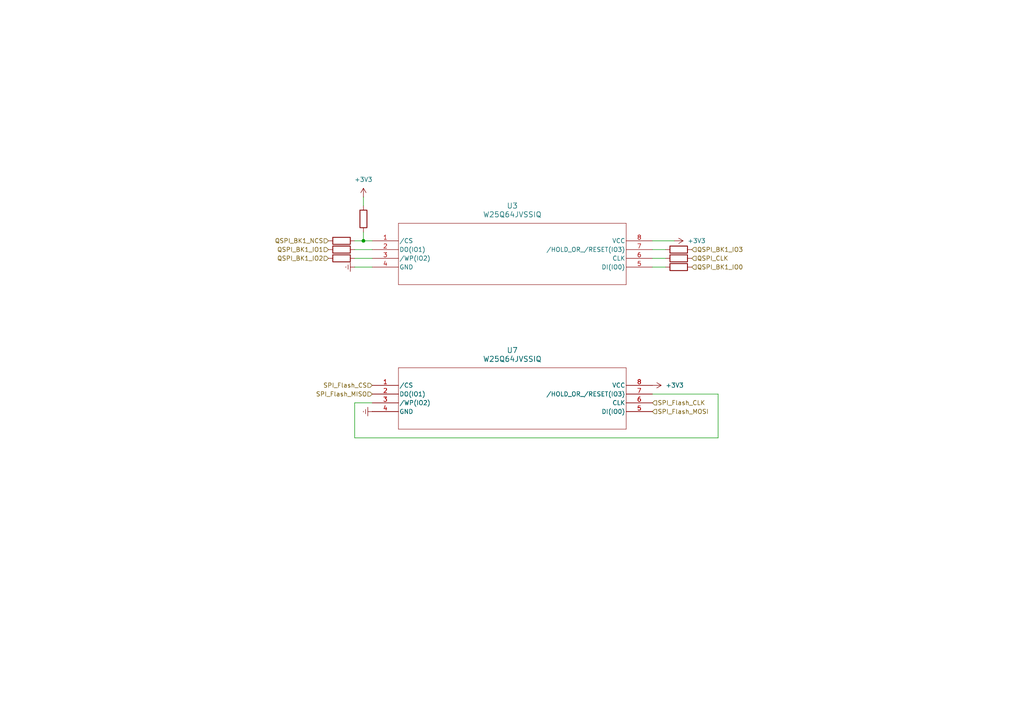
<source format=kicad_sch>
(kicad_sch (version 20250114) (generator "eeschema") (generator_version "9.0")
  (paper "A4")
  (lib_symbols
    (symbol "2025-11-18_02-11-13:W25Q64JVSSIQ" (pin_names (offset 0.254))
      (property "Reference" "U" (at 40.64 10.16 0))
      (property "Value" "W25Q64JVSSIQ" (at 40.64 7.62 0))
      (symbol "W25Q64JVSSIQ_0_1"
        (polyline (pts (xy 7.62 5.08) (xy 7.62 -12.7)) (stroke (width 0.127)))
        (polyline (pts (xy 7.62 -12.7) (xy 73.66 -12.7)) (stroke (width 0.127)))
        (polyline (pts (xy 73.66 5.08) (xy 7.62 5.08)) (stroke (width 0.127)))
        (polyline (pts (xy 73.66 -12.7) (xy 73.66 5.08)) (stroke (width 0.127)))
        (pin unspecified line (at 0 0 0) (length 7.62) (name "/CS") (number "1"))
        (pin unspecified line (at 0 -2.54 0) (length 7.62) (name "DO(IO1)") (number "2"))
        (pin unspecified line (at 0 -5.08 0) (length 7.62) (name "/WP(IO2)") (number "3"))
        (pin power_out line (at 0 -7.62 0) (length 7.62) (name "GND") (number "4"))
        (pin power_in line (at 81.28 0 180) (length 7.62) (name "VCC") (number "8"))
        (pin unspecified line (at 81.28 -2.54 180) (length 7.62) (name "/HOLD_OR_/RESET(IO3)") (number "7"))
        (pin unspecified line (at 81.28 -5.08 180) (length 7.62) (name "CLK") (number "6"))
        (pin unspecified line (at 81.28 -7.62 180) (length 7.62) (name "DI(IO0)") (number "5"))
      )
    )
    (symbol "Device:R" (pin_numbers (hide yes)) (pin_names (offset 0))
      (property "Reference" "R" (at 2.032 0 90))
      (property "Value" "R" (at 0 0 90))
      (symbol "R_0_1"
        (rectangle (start -1.016 -2.54) (end 1.016 2.54) (stroke (width 0.254)))
      )
      (symbol "R_1_1"
        (pin passive line (at 0 3.81 270) (length 1.27) (name "~") (number "1"))
        (pin passive line (at 0 -3.81 90) (length 1.27) (name "~") (number "2"))
      )
    )
    (symbol "power:+3V3" (power) (pin_numbers (hide yes)) (pin_names (offset 0) (hide yes))
      (property "Value" "+3V3" (at 0 3.556 0))
      (symbol "+3V3_0_1"
        (polyline (pts (xy -0.762 1.27) (xy 0 2.54)))
        (polyline (pts (xy 0 2.54) (xy 0.762 1.27)))
        (polyline (pts (xy 0 0) (xy 0 2.54)))
      )
      (symbol "+3V3_1_1"
        (pin power_in line (at 0 0 90) (length 0) (name "~") (number "1"))
      )
    )
    (symbol "power:Earth" (power) (pin_numbers (hide yes)) (pin_names (offset 0) (hide yes))
      (property "Value" "Earth" (at 0 -3.81 0))
      (symbol "Earth_0_1"
        (polyline (pts (xy -0.635 -1.905) (xy 0.635 -1.905)))
        (polyline (pts (xy -0.127 -2.54) (xy 0.127 -2.54)))
        (polyline (pts (xy 0 -1.27) (xy 0 0)))
        (polyline (pts (xy 1.27 -1.27) (xy -1.27 -1.27)))
      )
      (symbol "Earth_1_1"
        (pin power_in line (at 0 0 270) (length 0) (name "~") (number "1"))
      )
    )
  )
  (junction (at 105.41 69.85))
  (wire (pts (xy 189.23 69.85) (xy 195.58 69.85)))
  (wire (pts (xy 107.95 116.84) (xy 102.87 116.84)))
  (wire (pts (xy 102.87 74.93) (xy 107.95 74.93)))
  (wire (pts (xy 105.41 69.85) (xy 107.95 69.85)))
  (wire (pts (xy 102.87 69.85) (xy 105.41 69.85)))
  (wire (pts (xy 102.87 72.39) (xy 107.95 72.39)))
  (wire (pts (xy 105.41 67.31) (xy 105.41 69.85)))
  (wire (pts (xy 189.23 72.39) (xy 193.04 72.39)))
  (wire (pts (xy 189.23 77.47) (xy 193.04 77.47)))
  (wire (pts (xy 208.28 114.3) (xy 189.23 114.3)))
  (wire (pts (xy 189.23 74.93) (xy 193.04 74.93)))
  (wire (pts (xy 105.41 57.15) (xy 105.41 59.69)))
  (wire (pts (xy 102.87 127) (xy 208.28 127)))
  (wire (pts (xy 208.28 127) (xy 208.28 114.3)))
  (wire (pts (xy 102.87 77.47) (xy 107.95 77.47)))
  (wire (pts (xy 102.87 116.84) (xy 102.87 127)))
  (hierarchical_label "SPI_Flash_CS" (shape input) (at 107.95 111.76 180))
  (hierarchical_label "SPI_Flash_MISO" (shape input) (at 107.95 114.3 180))
  (hierarchical_label "QSPI_BK1_IO0" (shape input) (at 200.66 77.47 0))
  (hierarchical_label "SPI_Flash_CLK" (shape input) (at 189.23 116.84 0))
  (hierarchical_label "QSPI_BK1_IO3" (shape input) (at 200.66 72.39 0))
  (hierarchical_label "QSPI_BK1_IO1" (shape input) (at 95.25 72.39 180))
  (hierarchical_label "SPI_Flash_MOSI" (shape input) (at 189.23 119.38 0))
  (hierarchical_label "QSPI_BK1_IO2" (shape input) (at 95.25 74.93 180))
  (hierarchical_label "QSPI_BK1_NCS" (shape input) (at 95.25 69.85 180))
  (hierarchical_label "QSPI_CLK" (shape input) (at 200.66 74.93 0))
  (symbol (lib_id "power:+3V3") (at 105.41 57.15 0) (unit 1)
    (property "Reference" "#PWR076" (effects (hide yes)))
    (property "Value" "+3V3" (at 105.41 52.07 0))
    (property "Description" "Power symbol creates a global label with name \"+3V3\"" (effects (hide yes)))
  )
  (symbol (lib_id "power:+3V3") (at 189.23 111.76 270) (unit 1)
    (property "Reference" "#PWR078" (effects (hide yes)))
    (property "Value" "+3V3" (at 193.04 111.7599 90) (effects (justify left)))
    (property "Description" "Power symbol creates a global label with name \"+3V3\"" (effects (hide yes)))
  )
  (symbol (lib_id "power:+3V3") (at 195.58 69.85 270) (unit 1)
    (property "Reference" "#PWR074" (effects (hide yes)))
    (property "Value" "+3V3" (at 199.39 69.8499 90) (effects (justify left)))
    (property "Description" "Power symbol creates a global label with name \"+3V3\"" (effects (hide yes)))
  )
  (symbol (lib_id "Device:R") (at 105.41 63.5 180) (unit 1)
    (property "Reference" "R39" (effects (hide yes)))
    (property "Value" "R" (effects (hide yes)))
    (property "Footprint" "Resistor_SMD:R_0201_0603Metric" (effects (hide yes)))
    (property "Description" "Resistor" (effects (hide yes)))
  )
  (symbol (lib_id "2025-11-18_02-11-13:W25Q64JVSSIQ") (at 107.95 111.76 0) (unit 1)
    (property "Reference" "U7" (at 148.59 101.6 0) (effects (font (size 1.524 1.524))))
    (property "Value" "W25Q64JVSSIQ" (at 148.59 104.14 0) (effects (font (size 1.524 1.524))))
    (property "Footprint" "Package_SO:SOIC-8_3.9x4.9mm_P1.27mm" (effects (hide yes)))
    (property "Datasheet" "W25Q64JVSSIQ" (effects (hide yes)))
  )
  (symbol (lib_id "2025-11-18_02-11-13:W25Q64JVSSIQ") (at 107.95 69.85 0) (unit 1)
    (property "Reference" "U3" (at 148.59 59.69 0) (effects (font (size 1.524 1.524))))
    (property "Value" "W25Q64JVSSIQ" (at 148.59 62.23 0) (effects (font (size 1.524 1.524))))
    (property "Footprint" "Package_SO:SOIC-8_3.9x4.9mm_P1.27mm" (effects (hide yes)))
    (property "Datasheet" "W25Q64JVSSIQ" (effects (hide yes)))
  )
  (symbol (lib_id "Device:R") (at 99.06 74.93 90) (unit 1)
    (property "Reference" "R35" (effects (hide yes)))
    (property "Value" "R" (effects (hide yes)))
    (property "Footprint" "Resistor_SMD:R_0201_0603Metric" (effects (hide yes)))
    (property "Description" "Resistor" (effects (hide yes)))
  )
  (symbol (lib_id "Device:R") (at 196.85 72.39 90) (unit 1)
    (property "Reference" "R36" (effects (hide yes)))
    (property "Value" "R" (effects (hide yes)))
    (property "Footprint" "Resistor_SMD:R_0201_0603Metric" (effects (hide yes)))
    (property "Description" "Resistor" (effects (hide yes)))
  )
  (symbol (lib_id "power:Earth") (at 102.87 77.47 270) (unit 1)
    (property "Reference" "#PWR075" (effects (hide yes)))
    (property "Value" "Earth" (effects (hide yes)))
    (property "Description" "Power symbol creates a global label with name \"Earth\"" (effects (hide yes)))
  )
  (symbol (lib_id "Device:R") (at 99.06 72.39 90) (unit 1)
    (property "Reference" "R34" (effects (hide yes)))
    (property "Value" "R" (effects (hide yes)))
    (property "Footprint" "Resistor_SMD:R_0201_0603Metric" (effects (hide yes)))
    (property "Description" "Resistor" (effects (hide yes)))
  )
  (symbol (lib_id "Device:R") (at 196.85 77.47 90) (unit 1)
    (property "Reference" "R38" (effects (hide yes)))
    (property "Value" "R" (effects (hide yes)))
    (property "Footprint" "Resistor_SMD:R_0201_0603Metric" (effects (hide yes)))
    (property "Description" "Resistor" (effects (hide yes)))
  )
  (symbol (lib_id "Device:R") (at 196.85 74.93 90) (unit 1)
    (property "Reference" "R37" (effects (hide yes)))
    (property "Value" "R" (effects (hide yes)))
    (property "Footprint" "Resistor_SMD:R_0201_0603Metric" (effects (hide yes)))
    (property "Description" "Resistor" (effects (hide yes)))
  )
  (symbol (lib_id "Device:R") (at 99.06 69.85 90) (unit 1)
    (property "Reference" "R33" (effects (hide yes)))
    (property "Value" "R" (effects (hide yes)))
    (property "Footprint" "Resistor_SMD:R_0201_0603Metric" (effects (hide yes)))
    (property "Description" "Resistor" (effects (hide yes)))
  )
  (symbol (lib_id "power:Earth") (at 107.95 119.38 270) (unit 1)
    (property "Reference" "#PWR077" (effects (hide yes)))
    (property "Value" "Earth" (effects (hide yes)))
    (property "Description" "Power symbol creates a global label with name \"Earth\"" (effects (hide yes)))
  )
)
</source>
